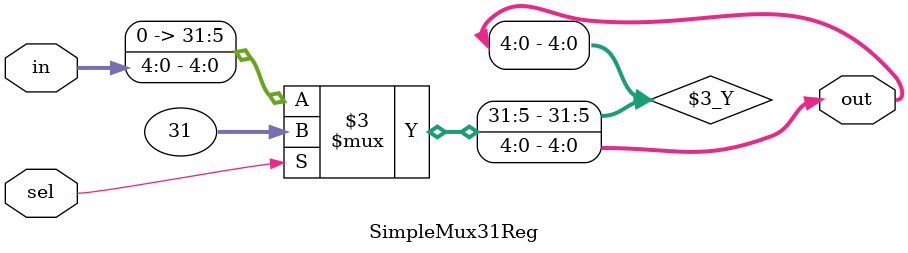
<source format=v>
`timescale 1ns / 1ps


module SimpleMux31Reg(out, in, sel);
  
    input [4:0] in;
    input sel;
    output [4:0] out;
    /* Fill in the implementation here ... */ 
   assign  out = (sel==0)? in:31;     
endmodule
</source>
